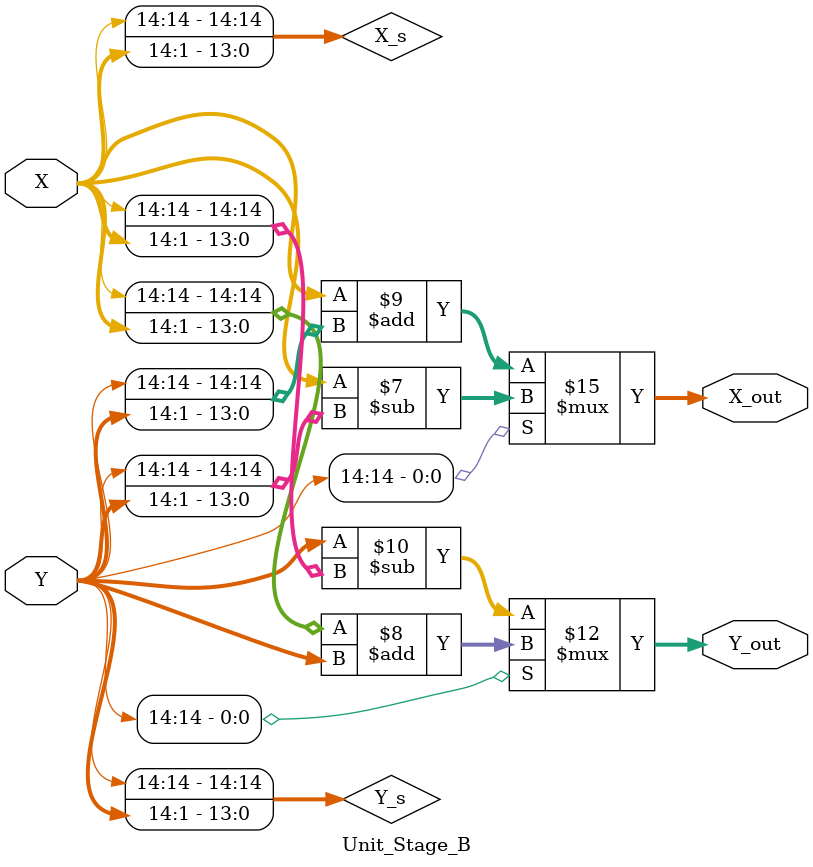
<source format=v>
module Unit_Stage_B(
	input signed [15-1:0] X, Y, 
	output reg signed [15-1:0] X_out, Y_out
);
	parameter i = 1;
	
	reg u;
	// u = -sgn(Y), u=1 for negative, u=0 for positive
	always @(*) begin
		if (Y[14] == 0) // Y >= 0
			u = 1'b1;
		else
			u = 1'b0;
	end
	
	reg signed [15-1:0] X_s, Y_s;
	always @(*) begin
		// Arithmetic right shift
		X_s = X >>> i;
		Y_s = Y >>> i;
		
		// u is positive
		if (u == 0) begin
			X_out = X - Y_s;
			Y_out = X_s + Y;
		end
		// u is negative
		else begin
			X_out = X + Y_s;
			Y_out = Y - X_s;
		end
	end

endmodule

</source>
